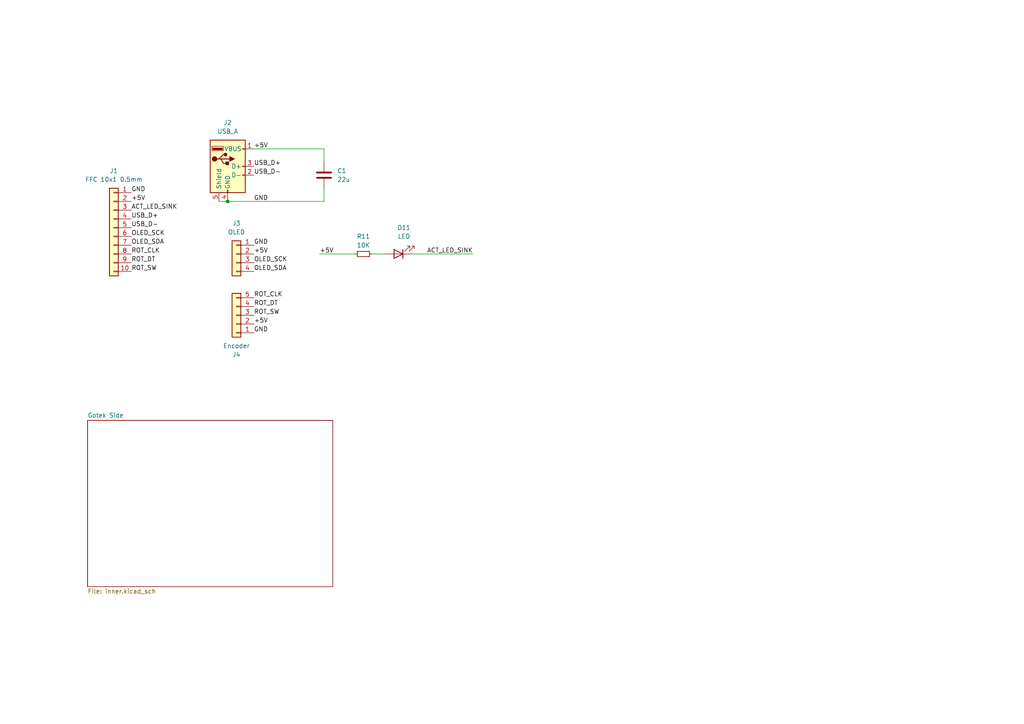
<source format=kicad_sch>
(kicad_sch (version 20231120) (generator "eeschema") (generator_version "8.0")
  (paper "A4")
  (lib_symbols
    (symbol "Connector:USB_A" (pin_names (offset 1.016))
      (property "Reference" "J" (at -5.08 11.43 0))
      (property "Value" "USB_A" (at -5.08 8.89 0))
      (symbol "USB_A_0_1"
        (rectangle (start -5.08 -7.62) (end 5.08 7.62) (stroke (width 0.254)) (fill (type background)))
        (circle (center -3.81 2.159) (radius 0.635) (stroke (width 0.254)) (fill (type outline)))
        (rectangle (start -1.524 4.826) (end -4.318 5.334) (fill (type outline)))
        (rectangle (start -1.27 4.572) (end -4.572 5.842))
        (circle (center -0.635 3.429) (radius 0.381) (stroke (width 0.254)) (fill (type outline)))
        (rectangle (start -0.127 -7.62) (end 0.127 -6.858))
        (polyline (pts (xy -3.175 2.159) (xy -2.54 2.159) (xy -1.27 3.429) (xy -0.635 3.429)) (stroke (width 0.254)))
        (polyline (pts (xy -2.54 2.159) (xy -1.905 2.159) (xy -1.27 0.889) (xy 0 0.889)) (stroke (width 0.254)))
        (polyline (pts (xy 0.635 2.794) (xy 0.635 1.524) (xy 1.905 2.159) (xy 0.635 2.794)) (stroke (width 0.254)) (fill (type outline)))
        (rectangle (start 0.254 1.27) (end -0.508 0.508) (stroke (width 0.254)) (fill (type outline)))
        (rectangle (start 5.08 -2.667) (end 4.318 -2.413))
        (rectangle (start 5.08 -0.127) (end 4.318 0.127))
        (rectangle (start 5.08 4.953) (end 4.318 5.207))
      )
      (symbol "USB_A_1_1"
        (polyline (pts (xy -1.905 2.159) (xy 0.635 2.159)) (stroke (width 0.254)))
        (pin power_in line (at 7.62 5.08 180) (length 2.54) (name "VBUS") (number "1"))
        (pin bidirectional line (at 7.62 -2.54 180) (length 2.54) (name "D-") (number "2"))
        (pin bidirectional line (at 7.62 0 180) (length 2.54) (name "D+") (number "3"))
        (pin power_in line (at 0 -10.16 90) (length 2.54) (name "GND") (number "4"))
        (pin passive line (at -2.54 -10.16 90) (length 2.54) (name "Shield") (number "5"))
      )
    )
    (symbol "Connector_Generic:Conn_01x04" (pin_names (offset 1.016) hide)
      (property "Reference" "J" (at 0 5.08 0))
      (property "Value" "Conn_01x04" (at 0 -7.62 0))
      (symbol "Conn_01x04_1_1"
        (rectangle (start -1.27 -4.953) (end 0 -5.207) (stroke (width 0.1524)))
        (rectangle (start -1.27 -2.413) (end 0 -2.667) (stroke (width 0.1524)))
        (rectangle (start -1.27 0.127) (end 0 -0.127) (stroke (width 0.1524)))
        (rectangle (start -1.27 2.667) (end 0 2.413) (stroke (width 0.1524)))
        (rectangle (start -1.27 3.81) (end 1.27 -6.35) (stroke (width 0.254)) (fill (type background)))
        (pin passive line (at -5.08 2.54 0) (length 3.81) (name "Pin_1") (number "1"))
        (pin passive line (at -5.08 0 0) (length 3.81) (name "Pin_2") (number "2"))
        (pin passive line (at -5.08 -2.54 0) (length 3.81) (name "Pin_3") (number "3"))
        (pin passive line (at -5.08 -5.08 0) (length 3.81) (name "Pin_4") (number "4"))
      )
    )
    (symbol "Connector_Generic:Conn_01x05" (pin_names (offset 1.016) hide)
      (property "Reference" "J" (at 0 7.62 0))
      (property "Value" "Conn_01x05" (at 0 -7.62 0))
      (symbol "Conn_01x05_1_1"
        (rectangle (start -1.27 -4.953) (end 0 -5.207) (stroke (width 0.1524)))
        (rectangle (start -1.27 -2.413) (end 0 -2.667) (stroke (width 0.1524)))
        (rectangle (start -1.27 0.127) (end 0 -0.127) (stroke (width 0.1524)))
        (rectangle (start -1.27 2.667) (end 0 2.413) (stroke (width 0.1524)))
        (rectangle (start -1.27 5.207) (end 0 4.953) (stroke (width 0.1524)))
        (rectangle (start -1.27 6.35) (end 1.27 -6.35) (stroke (width 0.254)) (fill (type background)))
        (pin passive line (at -5.08 5.08 0) (length 3.81) (name "Pin_1") (number "1"))
        (pin passive line (at -5.08 2.54 0) (length 3.81) (name "Pin_2") (number "2"))
        (pin passive line (at -5.08 0 0) (length 3.81) (name "Pin_3") (number "3"))
        (pin passive line (at -5.08 -2.54 0) (length 3.81) (name "Pin_4") (number "4"))
        (pin passive line (at -5.08 -5.08 0) (length 3.81) (name "Pin_5") (number "5"))
      )
    )
    (symbol "Connector_Generic:Conn_01x10" (pin_names (offset 1.016) hide)
      (property "Reference" "J" (at 0 12.7 0))
      (property "Value" "Conn_01x10" (at 0 -15.24 0))
      (symbol "Conn_01x10_1_1"
        (rectangle (start -1.27 -12.573) (end 0 -12.827) (stroke (width 0.1524)))
        (rectangle (start -1.27 -10.033) (end 0 -10.287) (stroke (width 0.1524)))
        (rectangle (start -1.27 -7.493) (end 0 -7.747) (stroke (width 0.1524)))
        (rectangle (start -1.27 -4.953) (end 0 -5.207) (stroke (width 0.1524)))
        (rectangle (start -1.27 -2.413) (end 0 -2.667) (stroke (width 0.1524)))
        (rectangle (start -1.27 0.127) (end 0 -0.127) (stroke (width 0.1524)))
        (rectangle (start -1.27 2.667) (end 0 2.413) (stroke (width 0.1524)))
        (rectangle (start -1.27 5.207) (end 0 4.953) (stroke (width 0.1524)))
        (rectangle (start -1.27 7.747) (end 0 7.493) (stroke (width 0.1524)))
        (rectangle (start -1.27 10.287) (end 0 10.033) (stroke (width 0.1524)))
        (rectangle (start -1.27 11.43) (end 1.27 -13.97) (stroke (width 0.254)) (fill (type background)))
        (pin passive line (at -5.08 10.16 0) (length 3.81) (name "Pin_1") (number "1"))
        (pin passive line (at -5.08 -12.7 0) (length 3.81) (name "Pin_10") (number "10"))
        (pin passive line (at -5.08 7.62 0) (length 3.81) (name "Pin_2") (number "2"))
        (pin passive line (at -5.08 5.08 0) (length 3.81) (name "Pin_3") (number "3"))
        (pin passive line (at -5.08 2.54 0) (length 3.81) (name "Pin_4") (number "4"))
        (pin passive line (at -5.08 0 0) (length 3.81) (name "Pin_5") (number "5"))
        (pin passive line (at -5.08 -2.54 0) (length 3.81) (name "Pin_6") (number "6"))
        (pin passive line (at -5.08 -5.08 0) (length 3.81) (name "Pin_7") (number "7"))
        (pin passive line (at -5.08 -7.62 0) (length 3.81) (name "Pin_8") (number "8"))
        (pin passive line (at -5.08 -10.16 0) (length 3.81) (name "Pin_9") (number "9"))
      )
    )
    (symbol "Device:C" (pin_numbers hide) (pin_names (offset 0.254))
      (property "Reference" "C" (at 0.635 2.54 0))
      (property "Value" "C" (at 0.635 -2.54 0))
      (symbol "C_0_1"
        (polyline (pts (xy -2.032 -0.762) (xy 2.032 -0.762)) (stroke (width 0.508)))
        (polyline (pts (xy -2.032 0.762) (xy 2.032 0.762)) (stroke (width 0.508)))
      )
      (symbol "C_1_1"
        (pin passive line (at 0 3.81 270) (length 2.794) (name "~") (number "1"))
        (pin passive line (at 0 -3.81 90) (length 2.794) (name "~") (number "2"))
      )
    )
    (symbol "Device:LED" (pin_numbers hide) (pin_names (offset 1.016) hide)
      (property "Reference" "D" (at 0 2.54 0))
      (property "Value" "LED" (at 0 -2.54 0))
      (symbol "LED_0_1"
        (polyline (pts (xy -1.27 -1.27) (xy -1.27 1.27)) (stroke (width 0.254)))
        (polyline (pts (xy -1.27 0) (xy 1.27 0)))
        (polyline (pts (xy 1.27 -1.27) (xy 1.27 1.27) (xy -1.27 0) (xy 1.27 -1.27)) (stroke (width 0.254)))
        (polyline (pts (xy -3.048 -0.762) (xy -4.572 -2.286) (xy -3.81 -2.286) (xy -4.572 -2.286) (xy -4.572 -1.524)))
        (polyline (pts (xy -1.778 -0.762) (xy -3.302 -2.286) (xy -2.54 -2.286) (xy -3.302 -2.286) (xy -3.302 -1.524)))
      )
      (symbol "LED_1_1"
        (pin passive line (at -3.81 0 0) (length 2.54) (name "K") (number "1"))
        (pin passive line (at 3.81 0 180) (length 2.54) (name "A") (number "2"))
      )
    )
    (symbol "Device:R_Small" (pin_numbers hide) (pin_names (offset 0.254) hide)
      (property "Reference" "R" (at 0.762 0.508 0))
      (property "Value" "R_Small" (at 0.762 -1.016 0))
      (symbol "R_Small_0_1"
        (rectangle (start -0.762 1.778) (end 0.762 -1.778) (stroke (width 0.2032)))
      )
      (symbol "R_Small_1_1"
        (pin passive line (at 0 2.54 270) (length 0.762) (name "~") (number "1"))
        (pin passive line (at 0 -2.54 90) (length 0.762) (name "~") (number "2"))
      )
    )
  )
  (junction (at 66.04 58.42))
  (wire (pts (xy 93.98 54.61) (xy 93.98 58.42)))
  (wire (pts (xy 137.16 73.66) (xy 119.38 73.66)))
  (wire (pts (xy 66.04 58.42) (xy 93.98 58.42)))
  (wire (pts (xy 73.66 43.18) (xy 93.98 43.18)))
  (wire (pts (xy 93.98 43.18) (xy 93.98 46.99)))
  (wire (pts (xy 107.95 73.66) (xy 111.76 73.66)))
  (wire (pts (xy 63.5 58.42) (xy 66.04 58.42)))
  (wire (pts (xy 92.71 73.66) (xy 102.87 73.66)))
  (label "+5V" (at 73.66 43.18 0))
  (label "ROT_CLK" (at 38.1 73.66 0))
  (label "USB_D-" (at 38.1 66.04 0))
  (label "GND" (at 73.66 96.52 0))
  (label "OLED_SCK" (at 73.66 76.2 0))
  (label "ACT_LED_SINK" (at 137.16 73.66 180))
  (label "ACT_LED_SINK" (at 38.1 60.96 0))
  (label "ROT_CLK" (at 73.66 86.36 0))
  (label "+5V" (at 73.66 73.66 0))
  (label "USB_D+" (at 38.1 63.5 0))
  (label "ROT_SW" (at 38.1 78.74 0))
  (label "OLED_SCK" (at 38.1 68.58 0))
  (label "ROT_SW" (at 73.66 91.44 0))
  (label "OLED_SDA" (at 73.66 78.74 0))
  (label "ROT_DT" (at 38.1 76.2 0))
  (label "OLED_SDA" (at 38.1 71.12 0))
  (label "USB_D-" (at 73.66 50.8 0))
  (label "+5V" (at 73.66 93.98 0))
  (label "USB_D+" (at 73.66 48.26 0))
  (label "GND" (at 73.66 71.12 0))
  (label "+5V" (at 38.1 58.42 0))
  (label "ROT_DT" (at 73.66 88.9 0))
  (label "GND" (at 73.66 58.42 0))
  (label "+5V" (at 92.71 73.66 0))
  (label "GND" (at 38.1 55.88 0))
  (symbol (lib_id "Device:R_Small") (at 105.41 73.66 90) (unit 1)
    (property "Reference" "R11" (at 105.41 68.58 90))
    (property "Value" "10K" (at 105.41 71.12 90))
    (property "Footprint" "Resistor_THT:R_Axial_DIN0411_L9.9mm_D3.6mm_P12.70mm_Horizontal" (effects (hide yes)))
    (property "Description" "Resistor, small symbol" (effects (hide yes)))
  )
  (symbol (lib_id "Device:LED") (at 115.57 73.66 180) (unit 1)
    (property "Reference" "D11" (at 117.1575 66.04 0))
    (property "Value" "LED" (at 117.1575 68.58 0))
    (property "Footprint" "LED_THT:LED_D3.0mm" (effects (hide yes)))
    (property "Description" "Light emitting diode" (effects (hide yes)))
  )
  (symbol (lib_id "Connector_Generic:Conn_01x05") (at 68.58 91.44 180) (unit 1)
    (property "Reference" "J4" (at 68.58 102.87 0))
    (property "Value" "Encoder" (at 68.58 100.33 0))
    (property "Footprint" "Connector_PinHeader_2.54mm:PinHeader_1x05_P2.54mm_Vertical" (effects (hide yes)))
  )
  (symbol (lib_id "Device:C") (at 93.98 50.8 0) (unit 1)
    (property "Reference" "C1" (at 97.79 49.5299 0) (effects (justify left)))
    (property "Value" "22u" (at 97.79 52.0699 0) (effects (justify left)))
    (property "Footprint" "Capacitor_THT:CP_Radial_D5.0mm_P2.50mm" (effects (hide yes)))
    (property "Description" "Unpolarized capacitor" (effects (hide yes)))
  )
  (symbol (lib_id "Connector_Generic:Conn_01x10") (at 33.02 66.04 0) (mirror y) (unit 1)
    (property "Reference" "J1" (at 33.02 49.53 0))
    (property "Value" "FFC 10x1 0.5mm" (at 33.02 52.07 0))
    (property "Footprint" "Connector_FFC-FPC:Molex_54548-1071_1x10-1MP_P0.5mm_Horizontal" (effects (hide yes)))
  )
  (symbol (lib_id "Connector:USB_A") (at 66.04 48.26 0) (unit 1)
    (property "Reference" "J2" (at 66.04 35.56 0))
    (property "Value" "USB_A" (at 66.04 38.1 0))
    (property "Footprint" "Connector_USB:USB_A_Molex_67643_Horizontal" (effects (hide yes)))
    (property "Datasheet" " ~" (effects (hide yes)))
  )
  (symbol (lib_id "Connector_Generic:Conn_01x04") (at 68.58 73.66 0) (mirror y) (unit 1)
    (property "Reference" "J3" (at 68.58 64.77 0))
    (property "Value" "OLED" (at 68.58 67.31 0))
    (property "Footprint" "Connector_PinHeader_2.54mm:PinHeader_1x04_P2.54mm_Vertical" (effects (hide yes)))
  )
  (sheet (at 25.4 121.92) (size 71.12 48.26) (stroke (width 0.1524))
    (property "Sheetname" "Gotek Side" (at 25.4 121.2084 0) (effects (justify left bottom)))
    (property "Sheetfile" "inner.kicad_sch" (at 25.4 170.7646 0) (effects (justify left top)))
  )
)
</source>
